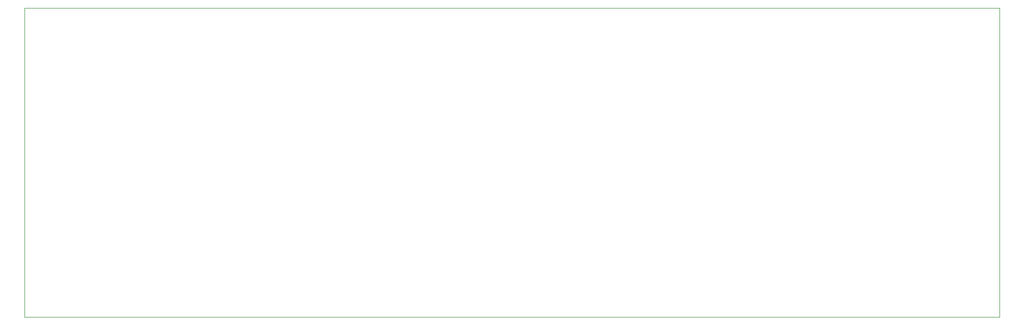
<source format=gbr>
%TF.GenerationSoftware,Altium Limited,Altium Designer,24.10.1 (45)*%
G04 Layer_Color=0*
%FSLAX45Y45*%
%MOMM*%
%TF.SameCoordinates,6FDAC12A-6018-4021-8F52-C8B52F5C83F9*%
%TF.FilePolarity,Positive*%
%TF.FileFunction,Profile,NP*%
%TF.Part,Single*%
G01*
G75*
%TA.AperFunction,Profile*%
%ADD28C,0.02540*%
D28*
Y0D02*
Y5245100D01*
X16510001D01*
Y0D01*
X0D01*
%TF.MD5,fe0fdcd5d2ef315f99e2decd1484928e*%
M02*

</source>
